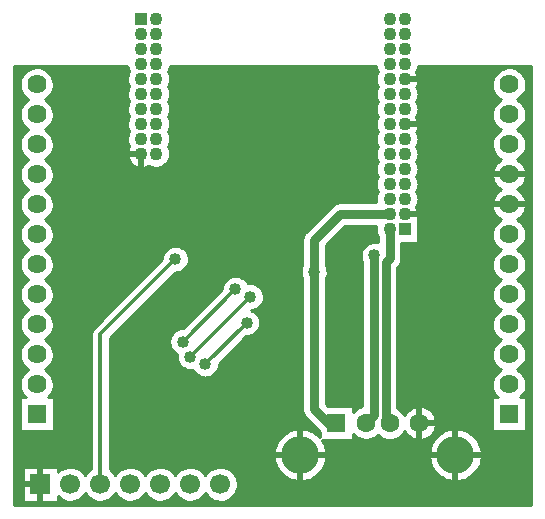
<source format=gbr>
G04 DipTrace 2.4.0.2*
%INBottom.gbr*%
%MOIN*%
%ADD13C,0.0118*%
%ADD14C,0.0197*%
%ADD15C,0.0295*%
%ADD16C,0.0098*%
%ADD19R,0.0638X0.0638*%
%ADD20C,0.0638*%
%ADD21R,0.063X0.063*%
%ADD22C,0.063*%
%ADD23C,0.126*%
%ADD24R,0.0669X0.0669*%
%ADD25C,0.0669*%
%ADD26R,0.0394X0.0394*%
%ADD27C,0.0433*%
%ADD28C,0.04*%
%FSLAX44Y44*%
G04*
G70*
G90*
G75*
G01*
%LNBottom*%
%LPD*%
X9545Y12561D2*
D13*
X7045Y10061D1*
Y5061D1*
X11545Y11561D2*
X9795Y9811D1*
X12045Y11311D2*
X10045Y9311D1*
X11920Y10436D2*
X10545Y9061D1*
X14917Y7099D2*
D15*
Y7061D1*
X14670D1*
X14170Y7561D1*
Y12131D1*
Y13186D1*
X15045Y14061D1*
X16685D1*
X16170Y12686D2*
Y7368D1*
X15902Y7099D1*
X16685Y13561D2*
Y12586D1*
X16552Y12453D1*
Y7236D1*
X16689Y7099D1*
D28*
X9545Y12561D3*
X11545Y11561D3*
X9795Y9811D3*
X12045Y11311D3*
X10045Y9311D3*
X11920Y10436D3*
X10545Y9061D3*
X14170Y12131D3*
X16170Y12686D3*
X8545Y10311D3*
Y9061D3*
X15170Y8811D3*
X11295Y15811D3*
X15170Y11422D3*
X10295Y13311D3*
Y15811D3*
X11295Y13311D3*
X17295Y11422D3*
Y10811D3*
Y8811D3*
X15170Y10811D3*
X13295Y11811D3*
Y10811D3*
X8670Y14186D3*
X11045Y8061D3*
Y7061D3*
X4193Y18915D2*
D16*
X4701D1*
X5141D2*
X7956D1*
X9355D2*
X16233D1*
X17638D2*
X20450D1*
X20889D2*
X21398D1*
X4193Y18818D2*
X4542D1*
X5301D2*
X8000D1*
X9310D2*
X16277D1*
X17593D2*
X20290D1*
X21049D2*
X21398D1*
X4193Y18720D2*
X4451D1*
X5392D2*
X7954D1*
X9356D2*
X16237D1*
X17633D2*
X20199D1*
X21140D2*
X21398D1*
X4193Y18623D2*
X4394D1*
X5449D2*
X7933D1*
X9378D2*
X16213D1*
X17656D2*
X20142D1*
X21197D2*
X21398D1*
X4193Y18526D2*
X4360D1*
X5482D2*
X7931D1*
X9379D2*
X16210D1*
X17659D2*
X20108D1*
X21230D2*
X21398D1*
X4193Y18429D2*
X4345D1*
X5498D2*
X7951D1*
X9361D2*
X16228D1*
X17643D2*
X20093D1*
X21246D2*
X21398D1*
X4193Y18332D2*
X4345D1*
X5498D2*
X7994D1*
X9316D2*
X16270D1*
X17601D2*
X20093D1*
X21246D2*
X21398D1*
X4193Y18235D2*
X4363D1*
X5479D2*
X7960D1*
X9352D2*
X16242D1*
X17627D2*
X20111D1*
X21227D2*
X21398D1*
X4193Y18138D2*
X4400D1*
X5442D2*
X7934D1*
X9376D2*
X16216D1*
X17655D2*
X20148D1*
X21190D2*
X21398D1*
X4193Y18041D2*
X4460D1*
X5382D2*
X7930D1*
X9381D2*
X16210D1*
X17661D2*
X20208D1*
X21131D2*
X21398D1*
X4193Y17944D2*
X4554D1*
X5289D2*
X7946D1*
X9364D2*
X16223D1*
X17646D2*
X20302D1*
X21037D2*
X21398D1*
X4193Y17846D2*
X4578D1*
X5264D2*
X7986D1*
X9326D2*
X16262D1*
X17609D2*
X20326D1*
X21012D2*
X21398D1*
X4193Y17749D2*
X4474D1*
X5369D2*
X7965D1*
X9346D2*
X16248D1*
X17621D2*
X20222D1*
X21117D2*
X21398D1*
X4193Y17652D2*
X4409D1*
X5433D2*
X7937D1*
X9375D2*
X16217D1*
X17652D2*
X20157D1*
X21181D2*
X21398D1*
X4193Y17555D2*
X4368D1*
X5475D2*
X7930D1*
X9381D2*
X16210D1*
X17661D2*
X20116D1*
X21223D2*
X21398D1*
X4193Y17458D2*
X4348D1*
X5495D2*
X7943D1*
X9369D2*
X16220D1*
X17650D2*
X20096D1*
X21243D2*
X21398D1*
X4193Y17361D2*
X4343D1*
X5499D2*
X7979D1*
X9333D2*
X16254D1*
X17616D2*
X20091D1*
X21247D2*
X21398D1*
X4193Y17264D2*
X4355D1*
X5487D2*
X7973D1*
X9339D2*
X16256D1*
X17615D2*
X20104D1*
X21235D2*
X21398D1*
X4193Y17167D2*
X4386D1*
X5456D2*
X7940D1*
X9372D2*
X16220D1*
X17649D2*
X20134D1*
X21204D2*
X21398D1*
X4193Y17070D2*
X4439D1*
X5404D2*
X7930D1*
X9381D2*
X16210D1*
X17661D2*
X20187D1*
X21152D2*
X21398D1*
X4193Y16972D2*
X4520D1*
X5322D2*
X7939D1*
X9372D2*
X16217D1*
X17653D2*
X20268D1*
X21071D2*
X21398D1*
X4193Y16875D2*
X4622D1*
X5221D2*
X7971D1*
X9339D2*
X16248D1*
X17623D2*
X20370D1*
X20969D2*
X21398D1*
X4193Y16778D2*
X4500D1*
X5342D2*
X7979D1*
X9332D2*
X16262D1*
X17607D2*
X20248D1*
X21091D2*
X21398D1*
X4193Y16681D2*
X4425D1*
X5418D2*
X7943D1*
X9369D2*
X16225D1*
X17646D2*
X20173D1*
X21166D2*
X21398D1*
X4193Y16584D2*
X4379D1*
X5464D2*
X7930D1*
X9381D2*
X16210D1*
X17661D2*
X20127D1*
X21212D2*
X21398D1*
X4193Y16487D2*
X4352D1*
X5490D2*
X7937D1*
X9375D2*
X16214D1*
X17655D2*
X20100D1*
X21238D2*
X21398D1*
X4193Y16390D2*
X4343D1*
X5499D2*
X7965D1*
X9346D2*
X16242D1*
X17629D2*
X20091D1*
X21247D2*
X21398D1*
X4193Y16293D2*
X4351D1*
X5492D2*
X7986D1*
X9324D2*
X16271D1*
X17600D2*
X20099D1*
X21240D2*
X21398D1*
X4193Y16196D2*
X4375D1*
X5467D2*
X7946D1*
X9364D2*
X16228D1*
X17641D2*
X20123D1*
X21215D2*
X21398D1*
X4193Y16098D2*
X4420D1*
X5422D2*
X7930D1*
X9381D2*
X16210D1*
X17659D2*
X20168D1*
X21170D2*
X21398D1*
X4193Y16001D2*
X4492D1*
X5350D2*
X7934D1*
X9376D2*
X16213D1*
X17658D2*
X20240D1*
X21098D2*
X21398D1*
X4193Y15904D2*
X4609D1*
X5233D2*
X7959D1*
X9352D2*
X16236D1*
X17633D2*
X20357D1*
X20981D2*
X21398D1*
X4193Y15807D2*
X4529D1*
X5313D2*
X8010D1*
X9301D2*
X16279D1*
X17592D2*
X20277D1*
X21061D2*
X21398D1*
X4193Y15710D2*
X4445D1*
X5398D2*
X8099D1*
X9213D2*
X16233D1*
X17636D2*
X20193D1*
X21146D2*
X21398D1*
X4193Y15613D2*
X4389D1*
X5453D2*
X8299D1*
X8512D2*
X8798D1*
X9012D2*
X16211D1*
X17658D2*
X20137D1*
X21201D2*
X21398D1*
X4193Y15516D2*
X4357D1*
X5486D2*
X16211D1*
X17659D2*
X20105D1*
X21234D2*
X21398D1*
X4193Y15419D2*
X4343D1*
X5499D2*
X16231D1*
X17639D2*
X20091D1*
X21247D2*
X21398D1*
X4193Y15322D2*
X4346D1*
X5496D2*
X16276D1*
X17595D2*
X20094D1*
X21244D2*
X21398D1*
X4193Y15224D2*
X4366D1*
X5476D2*
X16239D1*
X17632D2*
X20114D1*
X21224D2*
X21398D1*
X4193Y15127D2*
X4405D1*
X5438D2*
X16214D1*
X17656D2*
X20153D1*
X21186D2*
X21398D1*
X4193Y15030D2*
X4468D1*
X5375D2*
X16210D1*
X17661D2*
X20216D1*
X21123D2*
X21398D1*
X4193Y14933D2*
X4568D1*
X5275D2*
X16226D1*
X17644D2*
X20316D1*
X21023D2*
X21398D1*
X4193Y14836D2*
X4563D1*
X5279D2*
X16266D1*
X17603D2*
X20311D1*
X21027D2*
X21398D1*
X4193Y14739D2*
X4466D1*
X5376D2*
X16243D1*
X17626D2*
X20214D1*
X21124D2*
X21398D1*
X4193Y14642D2*
X4403D1*
X5439D2*
X16216D1*
X17655D2*
X20151D1*
X21187D2*
X21398D1*
X4193Y14545D2*
X4365D1*
X5478D2*
X16210D1*
X17661D2*
X20113D1*
X21226D2*
X21398D1*
X4193Y14448D2*
X4346D1*
X5496D2*
X14942D1*
X17647D2*
X20094D1*
X21244D2*
X21398D1*
X4193Y14350D2*
X4343D1*
X5499D2*
X14762D1*
X17610D2*
X20091D1*
X21247D2*
X21398D1*
X4193Y14253D2*
X4359D1*
X5484D2*
X14666D1*
X17619D2*
X20107D1*
X21232D2*
X21398D1*
X4193Y14156D2*
X4391D1*
X5452D2*
X14569D1*
X17652D2*
X20139D1*
X21200D2*
X21398D1*
X4193Y14059D2*
X4446D1*
X5396D2*
X14472D1*
X17661D2*
X20194D1*
X21144D2*
X21398D1*
X4193Y13962D2*
X4532D1*
X5310D2*
X14375D1*
X17650D2*
X20280D1*
X21058D2*
X21398D1*
X4193Y13865D2*
X4605D1*
X5238D2*
X14276D1*
X17641D2*
X20353D1*
X20986D2*
X21398D1*
X4193Y13768D2*
X4489D1*
X5353D2*
X14180D1*
X17641D2*
X20237D1*
X21101D2*
X21398D1*
X4193Y13671D2*
X4419D1*
X5424D2*
X14083D1*
X17641D2*
X20167D1*
X21172D2*
X21398D1*
X4193Y13573D2*
X4374D1*
X5469D2*
X13986D1*
X15130D2*
X16210D1*
X17641D2*
X20122D1*
X21217D2*
X21398D1*
X4193Y13476D2*
X4349D1*
X5493D2*
X13889D1*
X15033D2*
X16217D1*
X17641D2*
X20097D1*
X21241D2*
X21398D1*
X4193Y13379D2*
X4343D1*
X5499D2*
X13814D1*
X14936D2*
X16246D1*
X17641D2*
X20091D1*
X21247D2*
X21398D1*
X4193Y13282D2*
X4352D1*
X5490D2*
X13775D1*
X14839D2*
X16277D1*
X17641D2*
X20100D1*
X21238D2*
X21398D1*
X4193Y13185D2*
X4379D1*
X5464D2*
X13763D1*
X14741D2*
X16277D1*
X17641D2*
X20127D1*
X21212D2*
X21398D1*
X4193Y13088D2*
X4426D1*
X5416D2*
X13763D1*
X14644D2*
X15959D1*
X17092D2*
X20174D1*
X21164D2*
X21398D1*
X4193Y12991D2*
X4502D1*
X5341D2*
X9403D1*
X9689D2*
X13763D1*
X14578D2*
X15830D1*
X17092D2*
X20250D1*
X21089D2*
X21398D1*
X4193Y12894D2*
X4626D1*
X5216D2*
X9232D1*
X9858D2*
X13763D1*
X14578D2*
X15762D1*
X17092D2*
X20374D1*
X20964D2*
X21398D1*
X4193Y12797D2*
X4518D1*
X5324D2*
X9152D1*
X9938D2*
X13763D1*
X14578D2*
X15725D1*
X17092D2*
X20267D1*
X21072D2*
X21398D1*
X4193Y12699D2*
X4437D1*
X5406D2*
X9108D1*
X9984D2*
X13763D1*
X14578D2*
X15711D1*
X17092D2*
X20185D1*
X21154D2*
X21398D1*
X4193Y12602D2*
X4386D1*
X5456D2*
X9088D1*
X10004D2*
X13763D1*
X14578D2*
X15719D1*
X17092D2*
X20134D1*
X21204D2*
X21398D1*
X4193Y12505D2*
X4355D1*
X5487D2*
X9043D1*
X10001D2*
X13763D1*
X14578D2*
X15748D1*
X17084D2*
X20104D1*
X21235D2*
X21398D1*
X4193Y12408D2*
X4343D1*
X5499D2*
X8946D1*
X9978D2*
X13763D1*
X14578D2*
X15764D1*
X17050D2*
X20091D1*
X21247D2*
X21398D1*
X4193Y12311D2*
X4348D1*
X5495D2*
X8849D1*
X9928D2*
X13747D1*
X14593D2*
X15764D1*
X16983D2*
X20096D1*
X21243D2*
X21398D1*
X4193Y12214D2*
X4369D1*
X5473D2*
X8751D1*
X9841D2*
X13718D1*
X14622D2*
X15764D1*
X16960D2*
X20117D1*
X21221D2*
X21398D1*
X4193Y12117D2*
X4411D1*
X5432D2*
X8654D1*
X9626D2*
X13710D1*
X14630D2*
X15764D1*
X16960D2*
X20159D1*
X21180D2*
X21398D1*
X4193Y12020D2*
X4475D1*
X5367D2*
X8557D1*
X9450D2*
X13724D1*
X14616D2*
X15764D1*
X16960D2*
X20223D1*
X21115D2*
X21398D1*
X4193Y11923D2*
X4582D1*
X5261D2*
X8460D1*
X9353D2*
X11268D1*
X11823D2*
X13761D1*
X14579D2*
X15764D1*
X16960D2*
X20330D1*
X21009D2*
X21398D1*
X4193Y11825D2*
X4551D1*
X5292D2*
X8363D1*
X9256D2*
X11171D1*
X11919D2*
X13763D1*
X14578D2*
X15764D1*
X16960D2*
X20299D1*
X21040D2*
X21398D1*
X4193Y11728D2*
X4457D1*
X5386D2*
X8266D1*
X9160D2*
X11118D1*
X12223D2*
X13763D1*
X14578D2*
X15764D1*
X16960D2*
X20205D1*
X21134D2*
X21398D1*
X4193Y11631D2*
X4399D1*
X5444D2*
X8169D1*
X9063D2*
X11091D1*
X12371D2*
X13763D1*
X14578D2*
X15764D1*
X16960D2*
X20147D1*
X21192D2*
X21398D1*
X4193Y11534D2*
X4362D1*
X5481D2*
X8071D1*
X8966D2*
X11071D1*
X12446D2*
X13763D1*
X14578D2*
X15764D1*
X16960D2*
X20110D1*
X21229D2*
X21398D1*
X4193Y11437D2*
X4345D1*
X5498D2*
X7974D1*
X8867D2*
X10975D1*
X12488D2*
X13763D1*
X14578D2*
X15764D1*
X16960D2*
X20093D1*
X21246D2*
X21398D1*
X4193Y11340D2*
X4345D1*
X5498D2*
X7877D1*
X8770D2*
X10878D1*
X12504D2*
X13763D1*
X14578D2*
X15764D1*
X16960D2*
X20093D1*
X21246D2*
X21398D1*
X4193Y11243D2*
X4362D1*
X5481D2*
X7780D1*
X8674D2*
X10781D1*
X12500D2*
X13763D1*
X14578D2*
X15764D1*
X16960D2*
X20110D1*
X21229D2*
X21398D1*
X4193Y11146D2*
X4395D1*
X5447D2*
X7683D1*
X8577D2*
X10684D1*
X12474D2*
X13763D1*
X14578D2*
X15764D1*
X16960D2*
X20143D1*
X21195D2*
X21398D1*
X4193Y11049D2*
X4454D1*
X5389D2*
X7587D1*
X8480D2*
X10585D1*
X12420D2*
X13763D1*
X14578D2*
X15764D1*
X16960D2*
X20202D1*
X21137D2*
X21398D1*
X4193Y10951D2*
X4545D1*
X5298D2*
X7490D1*
X8383D2*
X10489D1*
X12326D2*
X13763D1*
X14578D2*
X15764D1*
X16960D2*
X20293D1*
X21046D2*
X21398D1*
X4193Y10854D2*
X4589D1*
X5253D2*
X7391D1*
X8286D2*
X10392D1*
X12095D2*
X13763D1*
X14578D2*
X15764D1*
X16960D2*
X20337D1*
X21001D2*
X21398D1*
X4193Y10757D2*
X4480D1*
X5362D2*
X7294D1*
X8188D2*
X10295D1*
X12245D2*
X13763D1*
X14578D2*
X15764D1*
X16960D2*
X20228D1*
X21111D2*
X21398D1*
X4193Y10660D2*
X4414D1*
X5429D2*
X7197D1*
X8091D2*
X10198D1*
X12320D2*
X13763D1*
X14578D2*
X15764D1*
X16960D2*
X20162D1*
X21177D2*
X21398D1*
X4193Y10563D2*
X4371D1*
X5472D2*
X7101D1*
X7994D2*
X10101D1*
X12361D2*
X13763D1*
X14578D2*
X15764D1*
X16960D2*
X20119D1*
X21220D2*
X21398D1*
X4193Y10466D2*
X4348D1*
X5495D2*
X7004D1*
X7897D2*
X10004D1*
X12378D2*
X13763D1*
X14578D2*
X15764D1*
X16960D2*
X20096D1*
X21243D2*
X21398D1*
X4193Y10369D2*
X4343D1*
X5499D2*
X6907D1*
X7800D2*
X9906D1*
X12375D2*
X13763D1*
X14578D2*
X15764D1*
X16960D2*
X20091D1*
X21247D2*
X21398D1*
X4193Y10272D2*
X4354D1*
X5489D2*
X6810D1*
X7703D2*
X9809D1*
X12349D2*
X13763D1*
X14578D2*
X15764D1*
X16960D2*
X20102D1*
X21237D2*
X21398D1*
X4193Y10175D2*
X4383D1*
X5459D2*
X6748D1*
X7606D2*
X9520D1*
X12297D2*
X13763D1*
X14578D2*
X15764D1*
X16960D2*
X20131D1*
X21207D2*
X21398D1*
X4193Y10077D2*
X4434D1*
X5409D2*
X6727D1*
X7508D2*
X9423D1*
X12201D2*
X13763D1*
X14578D2*
X15764D1*
X16960D2*
X20182D1*
X21157D2*
X21398D1*
X4193Y9980D2*
X4512D1*
X5330D2*
X6727D1*
X7411D2*
X9369D1*
X11911D2*
X13763D1*
X14578D2*
X15764D1*
X16960D2*
X20260D1*
X21078D2*
X21398D1*
X4193Y9883D2*
X4635D1*
X5207D2*
X6727D1*
X7363D2*
X9341D1*
X11814D2*
X13763D1*
X14578D2*
X15764D1*
X16960D2*
X20383D1*
X20955D2*
X21398D1*
X4193Y9786D2*
X4508D1*
X5335D2*
X6727D1*
X7363D2*
X9337D1*
X11717D2*
X13763D1*
X14578D2*
X15764D1*
X16960D2*
X20256D1*
X21083D2*
X21398D1*
X4193Y9689D2*
X4431D1*
X5412D2*
X6727D1*
X7363D2*
X9352D1*
X11620D2*
X13763D1*
X14578D2*
X15764D1*
X16960D2*
X20179D1*
X21160D2*
X21398D1*
X4193Y9592D2*
X4382D1*
X5461D2*
X6727D1*
X7363D2*
X9392D1*
X11523D2*
X13763D1*
X14578D2*
X15764D1*
X16960D2*
X20130D1*
X21209D2*
X21398D1*
X4193Y9495D2*
X4354D1*
X5489D2*
X6727D1*
X7363D2*
X9466D1*
X11426D2*
X13763D1*
X14578D2*
X15764D1*
X16960D2*
X20102D1*
X21237D2*
X21398D1*
X4193Y9398D2*
X4343D1*
X5499D2*
X6727D1*
X7363D2*
X9594D1*
X11328D2*
X13763D1*
X14578D2*
X15764D1*
X16960D2*
X20091D1*
X21247D2*
X21398D1*
X4193Y9301D2*
X4349D1*
X5493D2*
X6727D1*
X7363D2*
X9586D1*
X11231D2*
X13763D1*
X14578D2*
X15764D1*
X16960D2*
X20097D1*
X21241D2*
X21398D1*
X4193Y9203D2*
X4372D1*
X5470D2*
X6727D1*
X7363D2*
X9598D1*
X11134D2*
X13763D1*
X14578D2*
X15764D1*
X16960D2*
X20120D1*
X21218D2*
X21398D1*
X4193Y9106D2*
X4415D1*
X5427D2*
X6727D1*
X7363D2*
X9635D1*
X11037D2*
X13763D1*
X14578D2*
X15764D1*
X16960D2*
X20163D1*
X21175D2*
X21398D1*
X4193Y9009D2*
X4485D1*
X5358D2*
X6727D1*
X7363D2*
X9701D1*
X11002D2*
X13763D1*
X14578D2*
X15764D1*
X16960D2*
X20233D1*
X21106D2*
X21398D1*
X4193Y8912D2*
X4597D1*
X5246D2*
X6727D1*
X7363D2*
X9827D1*
X10979D2*
X13763D1*
X14578D2*
X15764D1*
X16960D2*
X20345D1*
X20994D2*
X21398D1*
X4193Y8815D2*
X4538D1*
X5304D2*
X6727D1*
X7363D2*
X10159D1*
X10931D2*
X13763D1*
X14578D2*
X15764D1*
X16960D2*
X20287D1*
X21052D2*
X21398D1*
X4193Y8718D2*
X4449D1*
X5393D2*
X6727D1*
X7363D2*
X10244D1*
X10847D2*
X13763D1*
X14578D2*
X15764D1*
X16960D2*
X20197D1*
X21141D2*
X21398D1*
X4193Y8621D2*
X4394D1*
X5449D2*
X6727D1*
X7363D2*
X10442D1*
X10648D2*
X13763D1*
X14578D2*
X15764D1*
X16960D2*
X20142D1*
X21197D2*
X21398D1*
X4193Y8524D2*
X4360D1*
X5482D2*
X6727D1*
X7363D2*
X13763D1*
X14578D2*
X15764D1*
X16960D2*
X20108D1*
X21230D2*
X21398D1*
X4193Y8427D2*
X4345D1*
X5498D2*
X6727D1*
X7363D2*
X13763D1*
X14578D2*
X15764D1*
X16960D2*
X20093D1*
X21246D2*
X21398D1*
X4193Y8329D2*
X4345D1*
X5498D2*
X6727D1*
X7363D2*
X13763D1*
X14578D2*
X15764D1*
X16960D2*
X20093D1*
X21246D2*
X21398D1*
X4193Y8232D2*
X4363D1*
X5479D2*
X6727D1*
X7363D2*
X13763D1*
X14578D2*
X15764D1*
X16960D2*
X20111D1*
X21227D2*
X21398D1*
X4193Y8135D2*
X4402D1*
X5441D2*
X6727D1*
X7363D2*
X13763D1*
X14578D2*
X15764D1*
X16960D2*
X20150D1*
X21189D2*
X21398D1*
X4193Y8038D2*
X4462D1*
X5381D2*
X6727D1*
X7363D2*
X13763D1*
X14578D2*
X15764D1*
X16960D2*
X20210D1*
X21129D2*
X21398D1*
X4193Y7941D2*
X4343D1*
X5499D2*
X6727D1*
X7363D2*
X13763D1*
X14578D2*
X15764D1*
X16960D2*
X20091D1*
X21247D2*
X21398D1*
X4193Y7844D2*
X4343D1*
X5499D2*
X6727D1*
X7363D2*
X13763D1*
X14578D2*
X15764D1*
X16960D2*
X20091D1*
X21247D2*
X21398D1*
X4193Y7747D2*
X4343D1*
X5499D2*
X6727D1*
X7363D2*
X13763D1*
X14578D2*
X15764D1*
X16960D2*
X20091D1*
X21247D2*
X21398D1*
X4193Y7650D2*
X4343D1*
X5499D2*
X6727D1*
X7363D2*
X13763D1*
X15493D2*
X15764D1*
X16960D2*
X17537D1*
X17809D2*
X20091D1*
X21247D2*
X21398D1*
X4193Y7552D2*
X4343D1*
X5499D2*
X6727D1*
X7363D2*
X13763D1*
X15493D2*
X15554D1*
X17035D2*
X17326D1*
X18019D2*
X20091D1*
X21247D2*
X21398D1*
X4193Y7455D2*
X4343D1*
X5499D2*
X6727D1*
X7363D2*
X13777D1*
X17137D2*
X17225D1*
X18121D2*
X20091D1*
X21247D2*
X21398D1*
X4193Y7358D2*
X4343D1*
X5499D2*
X6727D1*
X7363D2*
X13818D1*
X18185D2*
X20091D1*
X21247D2*
X21398D1*
X4193Y7261D2*
X4343D1*
X5499D2*
X6727D1*
X7363D2*
X13898D1*
X18224D2*
X20091D1*
X21247D2*
X21398D1*
X4193Y7164D2*
X4343D1*
X5499D2*
X6727D1*
X7363D2*
X13995D1*
X18244D2*
X20091D1*
X21247D2*
X21398D1*
X4193Y7067D2*
X4343D1*
X5499D2*
X6727D1*
X7363D2*
X14092D1*
X18247D2*
X20091D1*
X21247D2*
X21398D1*
X4193Y6970D2*
X4343D1*
X5499D2*
X6727D1*
X7363D2*
X14189D1*
X18233D2*
X20091D1*
X21247D2*
X21398D1*
X4193Y6873D2*
X4343D1*
X5499D2*
X6727D1*
X7363D2*
X13428D1*
X13990D2*
X14287D1*
X18201D2*
X18599D1*
X19164D2*
X20091D1*
X21247D2*
X21398D1*
X4193Y6776D2*
X6727D1*
X7363D2*
X13223D1*
X14195D2*
X14343D1*
X18145D2*
X18395D1*
X19368D2*
X21398D1*
X4193Y6678D2*
X6727D1*
X7363D2*
X13098D1*
X17077D2*
X17286D1*
X18061D2*
X18270D1*
X19493D2*
X21398D1*
X4193Y6581D2*
X6727D1*
X7363D2*
X13008D1*
X15493D2*
X15665D1*
X16137D2*
X16453D1*
X16924D2*
X17437D1*
X17909D2*
X18181D1*
X19582D2*
X21398D1*
X4193Y6484D2*
X6727D1*
X7363D2*
X12942D1*
X14476D2*
X18115D1*
X19650D2*
X21398D1*
X4193Y6387D2*
X6727D1*
X7363D2*
X12892D1*
X14525D2*
X18066D1*
X19699D2*
X21398D1*
X4193Y6290D2*
X6727D1*
X7363D2*
X12857D1*
X14561D2*
X18030D1*
X19734D2*
X21398D1*
X4193Y6193D2*
X6727D1*
X7363D2*
X12834D1*
X14584D2*
X18006D1*
X19757D2*
X21398D1*
X4193Y6096D2*
X6727D1*
X7363D2*
X12822D1*
X14596D2*
X17995D1*
X19769D2*
X21398D1*
X4193Y5999D2*
X6727D1*
X7363D2*
X12820D1*
X14598D2*
X17994D1*
X19771D2*
X21398D1*
X4193Y5902D2*
X6727D1*
X7363D2*
X12829D1*
X14588D2*
X18003D1*
X19762D2*
X21398D1*
X4193Y5804D2*
X6727D1*
X7363D2*
X12851D1*
X14567D2*
X18023D1*
X19740D2*
X21398D1*
X4193Y5707D2*
X6727D1*
X7363D2*
X12883D1*
X14534D2*
X18057D1*
X19708D2*
X21398D1*
X4193Y5610D2*
X4451D1*
X5639D2*
X5835D1*
X6254D2*
X6727D1*
X7363D2*
X7836D1*
X8255D2*
X8835D1*
X9255D2*
X9835D1*
X10255D2*
X10835D1*
X11256D2*
X12929D1*
X14488D2*
X18103D1*
X19662D2*
X21398D1*
X4193Y5513D2*
X4451D1*
X6425D2*
X6665D1*
X7426D2*
X7665D1*
X8426D2*
X8665D1*
X9426D2*
X9664D1*
X10425D2*
X10665D1*
X11425D2*
X12991D1*
X14425D2*
X18164D1*
X19599D2*
X21398D1*
X4193Y5416D2*
X4451D1*
X6519D2*
X6570D1*
X7520D2*
X7571D1*
X8520D2*
X8571D1*
X9519D2*
X9572D1*
X10519D2*
X10572D1*
X11520D2*
X13075D1*
X14342D2*
X18247D1*
X19516D2*
X21398D1*
X4193Y5319D2*
X4451D1*
X11580D2*
X13189D1*
X14228D2*
X18363D1*
X19402D2*
X21398D1*
X4193Y5222D2*
X4451D1*
X11617D2*
X13366D1*
X14052D2*
X18539D1*
X19225D2*
X21398D1*
X4193Y5125D2*
X4451D1*
X11636D2*
X21398D1*
X4193Y5028D2*
X4451D1*
X11639D2*
X21398D1*
X4193Y4930D2*
X4451D1*
X11625D2*
X21398D1*
X4193Y4833D2*
X4451D1*
X11594D2*
X21398D1*
X4193Y4736D2*
X4451D1*
X11542D2*
X21398D1*
X4193Y4639D2*
X4451D1*
X6459D2*
X6632D1*
X7460D2*
X7631D1*
X8460D2*
X8631D1*
X9459D2*
X9630D1*
X10459D2*
X10632D1*
X11460D2*
X21398D1*
X4193Y4542D2*
X4451D1*
X5639D2*
X5767D1*
X6324D2*
X6767D1*
X7323D2*
X7767D1*
X8324D2*
X8766D1*
X9324D2*
X9767D1*
X10324D2*
X10767D1*
X11323D2*
X21398D1*
X4193Y4445D2*
X21398D1*
X4402Y7955D2*
X4551D1*
X4493Y8011D1*
X4435Y8090D1*
X4392Y8178D1*
X4364Y8273D1*
X4353Y8370D1*
X4358Y8468D1*
X4381Y8564D1*
X4420Y8654D1*
X4473Y8737D1*
X4541Y8809D1*
X4619Y8868D1*
X4650Y8885D1*
X4564Y8943D1*
X4493Y9011D1*
X4435Y9090D1*
X4392Y9178D1*
X4364Y9273D1*
X4353Y9370D1*
X4358Y9468D1*
X4381Y9564D1*
X4420Y9654D1*
X4473Y9737D1*
X4541Y9809D1*
X4619Y9868D1*
X4650Y9885D1*
X4564Y9943D1*
X4493Y10011D1*
X4435Y10090D1*
X4392Y10178D1*
X4364Y10273D1*
X4353Y10370D1*
X4358Y10468D1*
X4381Y10564D1*
X4420Y10654D1*
X4473Y10737D1*
X4541Y10809D1*
X4619Y10868D1*
X4650Y10885D1*
X4564Y10943D1*
X4493Y11011D1*
X4435Y11090D1*
X4392Y11178D1*
X4364Y11273D1*
X4353Y11370D1*
X4358Y11468D1*
X4381Y11564D1*
X4420Y11654D1*
X4473Y11737D1*
X4541Y11809D1*
X4619Y11868D1*
X4650Y11885D1*
X4564Y11943D1*
X4493Y12011D1*
X4435Y12090D1*
X4392Y12178D1*
X4364Y12273D1*
X4353Y12370D1*
X4358Y12468D1*
X4381Y12564D1*
X4420Y12654D1*
X4473Y12737D1*
X4541Y12809D1*
X4619Y12868D1*
X4650Y12885D1*
X4564Y12943D1*
X4493Y13011D1*
X4435Y13090D1*
X4392Y13178D1*
X4364Y13273D1*
X4353Y13370D1*
X4358Y13468D1*
X4381Y13564D1*
X4420Y13654D1*
X4473Y13737D1*
X4541Y13809D1*
X4619Y13868D1*
X4650Y13885D1*
X4564Y13943D1*
X4493Y14011D1*
X4435Y14090D1*
X4392Y14178D1*
X4364Y14273D1*
X4353Y14370D1*
X4358Y14468D1*
X4381Y14564D1*
X4420Y14654D1*
X4473Y14737D1*
X4541Y14809D1*
X4619Y14868D1*
X4650Y14885D1*
X4564Y14943D1*
X4493Y15011D1*
X4435Y15090D1*
X4392Y15178D1*
X4364Y15273D1*
X4353Y15370D1*
X4358Y15468D1*
X4381Y15564D1*
X4420Y15654D1*
X4473Y15737D1*
X4541Y15809D1*
X4619Y15868D1*
X4650Y15885D1*
X4564Y15943D1*
X4493Y16011D1*
X4435Y16090D1*
X4392Y16178D1*
X4364Y16273D1*
X4353Y16370D1*
X4358Y16468D1*
X4381Y16564D1*
X4420Y16654D1*
X4473Y16737D1*
X4541Y16809D1*
X4619Y16868D1*
X4650Y16885D1*
X4564Y16943D1*
X4493Y17011D1*
X4435Y17090D1*
X4392Y17178D1*
X4364Y17273D1*
X4353Y17370D1*
X4358Y17468D1*
X4381Y17564D1*
X4420Y17654D1*
X4473Y17737D1*
X4541Y17809D1*
X4619Y17868D1*
X4650Y17885D1*
X4564Y17943D1*
X4493Y18011D1*
X4435Y18090D1*
X4392Y18178D1*
X4364Y18273D1*
X4353Y18370D1*
X4358Y18468D1*
X4381Y18564D1*
X4420Y18654D1*
X4473Y18737D1*
X4541Y18809D1*
X4619Y18868D1*
X4706Y18913D1*
X4800Y18942D1*
X4898Y18954D1*
X4996Y18950D1*
X5092Y18928D1*
X5183Y18891D1*
X5266Y18838D1*
X5339Y18772D1*
X5399Y18695D1*
X5445Y18608D1*
X5475Y18514D1*
X5489Y18417D1*
X5488Y18337D1*
X5471Y18240D1*
X5438Y18147D1*
X5389Y18062D1*
X5326Y17986D1*
X5251Y17923D1*
X5193Y17886D1*
X5266Y17838D1*
X5339Y17772D1*
X5399Y17695D1*
X5445Y17608D1*
X5475Y17514D1*
X5489Y17417D1*
X5488Y17337D1*
X5471Y17240D1*
X5438Y17147D1*
X5389Y17062D1*
X5326Y16986D1*
X5251Y16923D1*
X5193Y16886D1*
X5266Y16838D1*
X5339Y16772D1*
X5399Y16695D1*
X5445Y16608D1*
X5475Y16514D1*
X5489Y16417D1*
X5488Y16337D1*
X5471Y16240D1*
X5438Y16147D1*
X5389Y16062D1*
X5326Y15986D1*
X5251Y15923D1*
X5193Y15886D1*
X5266Y15838D1*
X5339Y15772D1*
X5399Y15695D1*
X5445Y15608D1*
X5475Y15514D1*
X5489Y15417D1*
X5488Y15337D1*
X5471Y15240D1*
X5438Y15147D1*
X5389Y15062D1*
X5326Y14986D1*
X5251Y14923D1*
X5193Y14886D1*
X5266Y14838D1*
X5339Y14772D1*
X5399Y14695D1*
X5445Y14608D1*
X5475Y14514D1*
X5489Y14417D1*
X5488Y14337D1*
X5471Y14240D1*
X5438Y14147D1*
X5389Y14062D1*
X5326Y13986D1*
X5251Y13923D1*
X5193Y13886D1*
X5266Y13838D1*
X5339Y13772D1*
X5399Y13695D1*
X5445Y13608D1*
X5475Y13514D1*
X5489Y13417D1*
X5488Y13337D1*
X5471Y13240D1*
X5438Y13147D1*
X5389Y13062D1*
X5326Y12986D1*
X5251Y12923D1*
X5193Y12886D1*
X5266Y12838D1*
X5339Y12772D1*
X5399Y12695D1*
X5445Y12608D1*
X5475Y12514D1*
X5489Y12417D1*
X5488Y12337D1*
X5471Y12240D1*
X5438Y12147D1*
X5389Y12062D1*
X5326Y11986D1*
X5251Y11923D1*
X5193Y11886D1*
X5266Y11838D1*
X5339Y11772D1*
X5399Y11695D1*
X5445Y11608D1*
X5475Y11514D1*
X5489Y11417D1*
X5488Y11337D1*
X5471Y11240D1*
X5438Y11147D1*
X5389Y11062D1*
X5326Y10986D1*
X5251Y10923D1*
X5193Y10886D1*
X5266Y10838D1*
X5339Y10772D1*
X5399Y10695D1*
X5445Y10608D1*
X5475Y10514D1*
X5489Y10417D1*
X5488Y10337D1*
X5471Y10240D1*
X5438Y10147D1*
X5389Y10062D1*
X5326Y9986D1*
X5251Y9923D1*
X5193Y9886D1*
X5266Y9838D1*
X5339Y9772D1*
X5399Y9695D1*
X5445Y9608D1*
X5475Y9514D1*
X5489Y9417D1*
X5488Y9337D1*
X5471Y9240D1*
X5438Y9147D1*
X5389Y9062D1*
X5326Y8986D1*
X5251Y8923D1*
X5193Y8886D1*
X5266Y8838D1*
X5339Y8772D1*
X5399Y8695D1*
X5445Y8608D1*
X5475Y8514D1*
X5489Y8417D1*
X5488Y8337D1*
X5471Y8240D1*
X5438Y8147D1*
X5389Y8062D1*
X5326Y7986D1*
X5291Y7954D1*
X5490Y7955D1*
Y6817D1*
X4352D1*
Y7955D1*
X4402D1*
X20150D2*
X20299D1*
X20241Y8011D1*
X20183Y8090D1*
X20140Y8178D1*
X20112Y8273D1*
X20101Y8370D1*
X20106Y8468D1*
X20129Y8564D1*
X20168Y8654D1*
X20221Y8737D1*
X20289Y8809D1*
X20367Y8868D1*
X20398Y8885D1*
X20312Y8943D1*
X20241Y9011D1*
X20183Y9090D1*
X20140Y9178D1*
X20112Y9273D1*
X20101Y9370D1*
X20106Y9468D1*
X20129Y9564D1*
X20168Y9654D1*
X20221Y9737D1*
X20289Y9809D1*
X20367Y9868D1*
X20398Y9885D1*
X20312Y9943D1*
X20241Y10011D1*
X20183Y10090D1*
X20140Y10178D1*
X20112Y10273D1*
X20101Y10370D1*
X20106Y10468D1*
X20129Y10564D1*
X20168Y10654D1*
X20221Y10737D1*
X20289Y10809D1*
X20367Y10868D1*
X20398Y10885D1*
X20312Y10943D1*
X20241Y11011D1*
X20183Y11090D1*
X20140Y11178D1*
X20112Y11273D1*
X20101Y11370D1*
X20106Y11468D1*
X20129Y11564D1*
X20168Y11654D1*
X20221Y11737D1*
X20289Y11809D1*
X20367Y11868D1*
X20398Y11885D1*
X20312Y11943D1*
X20241Y12011D1*
X20183Y12090D1*
X20140Y12178D1*
X20112Y12273D1*
X20101Y12370D1*
X20106Y12468D1*
X20129Y12564D1*
X20168Y12654D1*
X20221Y12737D1*
X20289Y12809D1*
X20367Y12868D1*
X20398Y12885D1*
X20312Y12943D1*
X20241Y13011D1*
X20183Y13090D1*
X20140Y13178D1*
X20112Y13273D1*
X20101Y13370D1*
X20106Y13468D1*
X20129Y13564D1*
X20168Y13654D1*
X20221Y13737D1*
X20289Y13809D1*
X20367Y13868D1*
X20398Y13885D1*
X20328Y13931D1*
X20268Y13982D1*
X20216Y14041D1*
X20173Y14107D1*
X20140Y14178D1*
X20116Y14253D1*
X20103Y14331D1*
X20101Y14410D1*
X20110Y14488D1*
X20129Y14564D1*
X20159Y14637D1*
X20198Y14705D1*
X20247Y14767D1*
X20303Y14821D1*
X20367Y14868D1*
X20398Y14886D1*
X20336Y14925D1*
X20275Y14975D1*
X20223Y15034D1*
X20178Y15099D1*
X20143Y15169D1*
X20118Y15244D1*
X20104Y15321D1*
X20101Y15400D1*
X20108Y15478D1*
X20126Y15555D1*
X20155Y15628D1*
X20193Y15697D1*
X20240Y15759D1*
X20296Y15815D1*
X20359Y15862D1*
X20398Y15886D1*
X20352Y15914D1*
X20275Y15975D1*
X20211Y16049D1*
X20160Y16133D1*
X20124Y16225D1*
X20104Y16321D1*
X20101Y16419D1*
X20116Y16517D1*
X20146Y16610D1*
X20193Y16697D1*
X20253Y16774D1*
X20327Y16840D1*
X20398Y16885D1*
X20312Y16943D1*
X20241Y17011D1*
X20183Y17090D1*
X20140Y17178D1*
X20112Y17273D1*
X20101Y17370D1*
X20106Y17468D1*
X20129Y17564D1*
X20168Y17654D1*
X20221Y17737D1*
X20289Y17809D1*
X20367Y17868D1*
X20398Y17885D1*
X20312Y17943D1*
X20241Y18011D1*
X20183Y18090D1*
X20140Y18178D1*
X20112Y18273D1*
X20101Y18370D1*
X20106Y18468D1*
X20129Y18564D1*
X20168Y18654D1*
X20221Y18737D1*
X20289Y18809D1*
X20367Y18868D1*
X20455Y18913D1*
X20548Y18942D1*
X20646Y18954D1*
X20744Y18950D1*
X20840Y18928D1*
X20931Y18891D1*
X21014Y18838D1*
X21087Y18772D1*
X21147Y18695D1*
X21193Y18608D1*
X21223Y18514D1*
X21237Y18417D1*
X21236Y18337D1*
X21219Y18240D1*
X21186Y18147D1*
X21137Y18062D1*
X21074Y17986D1*
X20999Y17923D1*
X20941Y17886D1*
X21014Y17838D1*
X21087Y17772D1*
X21147Y17695D1*
X21193Y17608D1*
X21223Y17514D1*
X21237Y17417D1*
X21236Y17337D1*
X21219Y17240D1*
X21186Y17147D1*
X21137Y17062D1*
X21074Y16986D1*
X20999Y16923D1*
X20941Y16886D1*
X21014Y16838D1*
X21087Y16772D1*
X21147Y16695D1*
X21193Y16608D1*
X21223Y16514D1*
X21237Y16417D1*
X21236Y16337D1*
X21219Y16240D1*
X21186Y16147D1*
X21137Y16062D1*
X21074Y15986D1*
X20999Y15923D1*
X20941Y15886D1*
X21006Y15844D1*
X21066Y15793D1*
X21119Y15735D1*
X21162Y15669D1*
X21197Y15599D1*
X21221Y15524D1*
X21235Y15446D1*
X21238Y15376D1*
X21231Y15298D1*
X21214Y15221D1*
X21186Y15147D1*
X21148Y15078D1*
X21101Y15015D1*
X21046Y14959D1*
X20983Y14911D1*
X20940Y14886D1*
X20998Y14850D1*
X21059Y14800D1*
X21112Y14743D1*
X21157Y14678D1*
X21193Y14608D1*
X21219Y14533D1*
X21234Y14456D1*
X21238Y14386D1*
X21233Y14307D1*
X21217Y14230D1*
X21190Y14156D1*
X21153Y14087D1*
X21107Y14023D1*
X21053Y13966D1*
X20991Y13917D1*
X20940Y13886D1*
X21014Y13838D1*
X21087Y13772D1*
X21147Y13695D1*
X21193Y13608D1*
X21223Y13514D1*
X21237Y13417D1*
X21236Y13337D1*
X21219Y13240D1*
X21186Y13147D1*
X21137Y13062D1*
X21074Y12986D1*
X20999Y12923D1*
X20941Y12886D1*
X21014Y12838D1*
X21087Y12772D1*
X21147Y12695D1*
X21193Y12608D1*
X21223Y12514D1*
X21237Y12417D1*
X21236Y12337D1*
X21219Y12240D1*
X21186Y12147D1*
X21137Y12062D1*
X21074Y11986D1*
X20999Y11923D1*
X20941Y11886D1*
X21014Y11838D1*
X21087Y11772D1*
X21147Y11695D1*
X21193Y11608D1*
X21223Y11514D1*
X21237Y11417D1*
X21236Y11337D1*
X21219Y11240D1*
X21186Y11147D1*
X21137Y11062D1*
X21074Y10986D1*
X20999Y10923D1*
X20941Y10886D1*
X21014Y10838D1*
X21087Y10772D1*
X21147Y10695D1*
X21193Y10608D1*
X21223Y10514D1*
X21237Y10417D1*
X21236Y10337D1*
X21219Y10240D1*
X21186Y10147D1*
X21137Y10062D1*
X21074Y9986D1*
X20999Y9923D1*
X20941Y9886D1*
X21014Y9838D1*
X21087Y9772D1*
X21147Y9695D1*
X21193Y9608D1*
X21223Y9514D1*
X21237Y9417D1*
X21236Y9337D1*
X21219Y9240D1*
X21186Y9147D1*
X21137Y9062D1*
X21074Y8986D1*
X20999Y8923D1*
X20941Y8886D1*
X21014Y8838D1*
X21087Y8772D1*
X21147Y8695D1*
X21193Y8608D1*
X21223Y8514D1*
X21237Y8417D1*
X21236Y8337D1*
X21219Y8240D1*
X21186Y8147D1*
X21137Y8062D1*
X21074Y7986D1*
X21039Y7954D1*
X21238Y7955D1*
Y6817D1*
X20100D1*
Y7955D1*
X20150D1*
X14631Y7664D2*
X15482D1*
Y7478D1*
X15535Y7529D1*
X15615Y7586D1*
X15704Y7628D1*
X15773Y7649D1*
Y8549D1*
Y12475D1*
X15740Y12554D1*
X15728Y12602D1*
X15722Y12650D1*
X15720Y12699D1*
X15725Y12748D1*
X15734Y12797D1*
X15749Y12844D1*
X15769Y12889D1*
X15793Y12931D1*
X15822Y12971D1*
X15855Y13007D1*
X15892Y13040D1*
X15933Y13068D1*
X15976Y13092D1*
X16021Y13111D1*
X16068Y13124D1*
X16117Y13133D1*
X16166Y13136D1*
X16215Y13134D1*
X16289Y13119D1*
X16287Y13275D1*
Y13316D1*
X16255Y13380D1*
X16238Y13426D1*
X16227Y13474D1*
X16220Y13523D1*
X16219Y13572D1*
X16222Y13621D1*
X16230Y13665D1*
X15799Y13664D1*
X15210D1*
X14569Y13022D1*
X14568Y12342D1*
X14589Y12297D1*
X14604Y12251D1*
X14615Y12203D1*
X14620Y12131D1*
X14618Y12082D1*
X14610Y12034D1*
X14596Y11986D1*
X14568Y11923D1*
Y7725D1*
X14629Y7665D1*
X15482Y6721D2*
Y6534D1*
X14434D1*
X14481Y6458D1*
X14519Y6378D1*
X14550Y6295D1*
X14571Y6209D1*
X14584Y6122D1*
X14589Y6026D1*
X14583Y5938D1*
X14569Y5850D1*
X14546Y5765D1*
X14514Y5682D1*
X14475Y5603D1*
X14427Y5528D1*
X14373Y5459D1*
X14311Y5395D1*
X14244Y5337D1*
X14171Y5287D1*
X14093Y5245D1*
X14012Y5210D1*
X13927Y5184D1*
X13840Y5166D1*
X13752Y5157D1*
X13664D1*
X13576Y5166D1*
X13489Y5184D1*
X13404Y5210D1*
X13323Y5245D1*
X13245Y5288D1*
X13173Y5338D1*
X13105Y5396D1*
X13044Y5460D1*
X12989Y5529D1*
X12942Y5604D1*
X12902Y5683D1*
X12871Y5766D1*
X12848Y5852D1*
X12834Y5939D1*
X12829Y6028D1*
X12832Y6116D1*
X12845Y6204D1*
X12866Y6290D1*
X12896Y6373D1*
X12934Y6453D1*
X12980Y6529D1*
X13033Y6600D1*
X13093Y6665D1*
X13159Y6723D1*
X13231Y6775D1*
X13308Y6819D1*
X13389Y6856D1*
X13473Y6884D1*
X13559Y6903D1*
X13647Y6914D1*
X13735Y6916D1*
X13824Y6908D1*
X13911Y6892D1*
X13996Y6868D1*
X14078Y6835D1*
X14156Y6794D1*
X14230Y6745D1*
X14299Y6689D1*
X14352Y6636D1*
Y6815D1*
X13889Y7280D1*
X13857Y7317D1*
X13829Y7357D1*
X13806Y7401D1*
X13789Y7447D1*
X13778Y7495D1*
X13773Y7561D1*
Y11921D1*
X13740Y11999D1*
X13728Y12047D1*
X13722Y12096D1*
X13720Y12145D1*
X13725Y12194D1*
X13734Y12242D1*
X13749Y12289D1*
X13772Y12341D1*
X13773Y13186D1*
X13776Y13235D1*
X13785Y13283D1*
X13800Y13330D1*
X13820Y13375D1*
X13846Y13417D1*
X13889Y13467D1*
X14764Y14342D1*
X14801Y14375D1*
X14842Y14403D1*
X14885Y14425D1*
X14932Y14442D1*
X14979Y14453D1*
X15045Y14459D1*
X16231D1*
X16220Y14523D1*
X16219Y14572D1*
X16222Y14621D1*
X16231Y14669D1*
X16245Y14716D1*
X16264Y14762D1*
X16292Y14811D1*
X16255Y14880D1*
X16238Y14926D1*
X16227Y14974D1*
X16220Y15023D1*
X16219Y15072D1*
X16222Y15121D1*
X16231Y15169D1*
X16245Y15216D1*
X16264Y15262D1*
X16292Y15311D1*
X16255Y15380D1*
X16238Y15426D1*
X16227Y15474D1*
X16220Y15523D1*
X16219Y15572D1*
X16222Y15621D1*
X16231Y15669D1*
X16245Y15716D1*
X16264Y15762D1*
X16292Y15811D1*
X16255Y15880D1*
X16238Y15926D1*
X16227Y15974D1*
X16220Y16023D1*
X16219Y16072D1*
X16222Y16121D1*
X16231Y16169D1*
X16245Y16216D1*
X16264Y16262D1*
X16292Y16311D1*
X16255Y16380D1*
X16238Y16426D1*
X16227Y16474D1*
X16220Y16523D1*
X16219Y16572D1*
X16222Y16621D1*
X16231Y16669D1*
X16245Y16716D1*
X16264Y16762D1*
X16292Y16811D1*
X16255Y16880D1*
X16238Y16926D1*
X16227Y16974D1*
X16220Y17023D1*
X16219Y17072D1*
X16222Y17121D1*
X16231Y17169D1*
X16245Y17216D1*
X16264Y17262D1*
X16292Y17311D1*
X16255Y17380D1*
X16238Y17426D1*
X16227Y17474D1*
X16220Y17523D1*
X16219Y17572D1*
X16222Y17621D1*
X16231Y17669D1*
X16245Y17716D1*
X16264Y17762D1*
X16292Y17811D1*
X16255Y17880D1*
X16238Y17926D1*
X16227Y17974D1*
X16220Y18023D1*
X16219Y18072D1*
X16222Y18121D1*
X16231Y18169D1*
X16245Y18216D1*
X16264Y18262D1*
X16292Y18311D1*
X16255Y18380D1*
X16238Y18426D1*
X16227Y18474D1*
X16220Y18523D1*
X16219Y18572D1*
X16222Y18621D1*
X16231Y18669D1*
X16245Y18716D1*
X16264Y18762D1*
X16292Y18811D1*
X16255Y18880D1*
X16238Y18926D1*
X16222Y19012D1*
X9367D1*
X9362Y18971D1*
X9349Y18924D1*
X9331Y18878D1*
X9299Y18820D1*
X9339Y18740D1*
X9355Y18694D1*
X9366Y18646D1*
X9372Y18569D1*
X9369Y18520D1*
X9362Y18471D1*
X9349Y18424D1*
X9331Y18378D1*
X9299Y18320D1*
X9339Y18240D1*
X9355Y18194D1*
X9366Y18146D1*
X9372Y18069D1*
X9369Y18020D1*
X9362Y17971D1*
X9349Y17924D1*
X9331Y17878D1*
X9299Y17820D1*
X9339Y17740D1*
X9355Y17694D1*
X9366Y17646D1*
X9372Y17569D1*
X9369Y17520D1*
X9362Y17471D1*
X9349Y17424D1*
X9331Y17378D1*
X9299Y17320D1*
X9339Y17240D1*
X9355Y17194D1*
X9366Y17146D1*
X9372Y17069D1*
X9369Y17020D1*
X9362Y16971D1*
X9349Y16924D1*
X9331Y16878D1*
X9299Y16820D1*
X9339Y16740D1*
X9355Y16694D1*
X9366Y16646D1*
X9372Y16569D1*
X9369Y16520D1*
X9362Y16471D1*
X9349Y16424D1*
X9331Y16378D1*
X9299Y16320D1*
X9339Y16240D1*
X9355Y16194D1*
X9366Y16146D1*
X9372Y16069D1*
X9369Y16020D1*
X9362Y15971D1*
X9349Y15924D1*
X9331Y15878D1*
X9309Y15834D1*
X9282Y15793D1*
X9251Y15755D1*
X9216Y15720D1*
X9177Y15690D1*
X9136Y15663D1*
X9092Y15641D1*
X9046Y15624D1*
X8998Y15612D1*
X8949Y15605D1*
X8900Y15603D1*
X8851Y15606D1*
X8803Y15614D1*
X8755Y15627D1*
X8710Y15646D1*
X8655Y15676D1*
X8636Y15663D1*
X8573Y15634D1*
X8508Y15614D1*
X8440Y15604D1*
X8371D1*
X8303Y15614D1*
X8237Y15634D1*
X8175Y15664D1*
X8117Y15702D1*
X8067Y15748D1*
X8023Y15802D1*
X7988Y15861D1*
X7962Y15925D1*
X7945Y15992D1*
X7939Y16060D1*
X7943Y16129D1*
X7957Y16196D1*
X7980Y16261D1*
X8012Y16319D1*
X7976Y16388D1*
X7959Y16434D1*
X7947Y16482D1*
X7941Y16531D1*
X7939Y16580D1*
X7943Y16629D1*
X7952Y16677D1*
X7966Y16724D1*
X7984Y16770D1*
X8012Y16819D1*
X7976Y16888D1*
X7959Y16934D1*
X7947Y16982D1*
X7941Y17031D1*
X7939Y17080D1*
X7943Y17129D1*
X7952Y17177D1*
X7966Y17224D1*
X7984Y17270D1*
X8012Y17319D1*
X7976Y17388D1*
X7959Y17434D1*
X7947Y17482D1*
X7941Y17531D1*
X7939Y17580D1*
X7943Y17629D1*
X7952Y17677D1*
X7966Y17724D1*
X7984Y17770D1*
X8012Y17819D1*
X7976Y17888D1*
X7959Y17934D1*
X7947Y17982D1*
X7941Y18031D1*
X7939Y18080D1*
X7943Y18129D1*
X7952Y18177D1*
X7966Y18224D1*
X7984Y18270D1*
X8012Y18319D1*
X7976Y18388D1*
X7959Y18434D1*
X7947Y18482D1*
X7941Y18531D1*
X7939Y18580D1*
X7943Y18629D1*
X7952Y18677D1*
X7966Y18724D1*
X7984Y18770D1*
X8012Y18819D1*
X7976Y18888D1*
X7959Y18934D1*
X7943Y19011D1*
X7530Y19012D1*
X4183D1*
Y4360D1*
X21407D1*
Y19012D1*
X17647D1*
X17641Y18963D1*
X17628Y18916D1*
X17611Y18870D1*
X17579Y18812D1*
X17615Y18742D1*
X17637Y18676D1*
X17649Y18609D1*
X17651Y18541D1*
X17643Y18473D1*
X17625Y18407D1*
X17598Y18344D1*
X17579Y18311D1*
X17619Y18232D1*
X17635Y18186D1*
X17645Y18138D1*
X17652Y18061D1*
X17649Y18012D1*
X17641Y17963D1*
X17628Y17916D1*
X17611Y17870D1*
X17579Y17812D1*
X17619Y17732D1*
X17635Y17686D1*
X17645Y17638D1*
X17652Y17561D1*
X17649Y17512D1*
X17641Y17463D1*
X17628Y17416D1*
X17611Y17370D1*
X17579Y17312D1*
X17615Y17242D1*
X17637Y17176D1*
X17649Y17109D1*
X17651Y17041D1*
X17643Y16973D1*
X17625Y16907D1*
X17598Y16844D1*
X17579Y16811D1*
X17619Y16732D1*
X17635Y16686D1*
X17645Y16638D1*
X17652Y16561D1*
X17649Y16512D1*
X17641Y16463D1*
X17628Y16416D1*
X17611Y16370D1*
X17579Y16312D1*
X17619Y16232D1*
X17635Y16186D1*
X17645Y16138D1*
X17652Y16061D1*
X17649Y16012D1*
X17641Y15963D1*
X17628Y15916D1*
X17611Y15870D1*
X17579Y15812D1*
X17619Y15732D1*
X17635Y15686D1*
X17645Y15638D1*
X17652Y15561D1*
X17649Y15512D1*
X17641Y15463D1*
X17628Y15416D1*
X17611Y15370D1*
X17579Y15312D1*
X17619Y15232D1*
X17635Y15186D1*
X17645Y15138D1*
X17652Y15061D1*
X17649Y15012D1*
X17641Y14963D1*
X17628Y14916D1*
X17611Y14870D1*
X17579Y14812D1*
X17619Y14732D1*
X17635Y14686D1*
X17645Y14638D1*
X17652Y14561D1*
X17649Y14512D1*
X17641Y14463D1*
X17628Y14416D1*
X17611Y14370D1*
X17579Y14312D1*
X17615Y14242D1*
X17637Y14176D1*
X17649Y14109D1*
X17651Y14041D1*
X17643Y13973D1*
X17632Y13927D1*
Y13114D1*
X17083D1*
Y12586D1*
X17080Y12537D1*
X17071Y12488D1*
X17056Y12442D1*
X17035Y12397D1*
X17009Y12355D1*
X16966Y12305D1*
X16950Y12288D1*
Y7601D1*
X17009Y7565D1*
X17084Y7502D1*
X17148Y7428D1*
X17180Y7377D1*
X17220Y7436D1*
X17271Y7496D1*
X17330Y7548D1*
X17396Y7591D1*
X17467Y7625D1*
X17542Y7648D1*
X17619Y7661D1*
X17698Y7663D1*
X17776Y7655D1*
X17852Y7635D1*
X17925Y7605D1*
X17993Y7565D1*
X18054Y7516D1*
X18109Y7459D1*
X18154Y7395D1*
X18191Y7325D1*
X18217Y7251D1*
X18233Y7174D1*
X18238Y7099D1*
X18233Y7021D1*
X18216Y6944D1*
X18190Y6870D1*
X18153Y6800D1*
X18106Y6736D1*
X18052Y6680D1*
X17990Y6631D1*
X17922Y6592D1*
X17849Y6562D1*
X17773Y6543D1*
X17695Y6534D1*
X17616Y6537D1*
X17538Y6550D1*
X17463Y6574D1*
X17393Y6609D1*
X17327Y6652D1*
X17269Y6705D1*
X17218Y6765D1*
X17181Y6821D1*
X17122Y6736D1*
X17053Y6667D1*
X16972Y6610D1*
X16883Y6569D1*
X16788Y6543D1*
X16691Y6534D1*
X16593Y6542D1*
X16498Y6567D1*
X16408Y6609D1*
X16328Y6665D1*
X16295Y6695D1*
X16226Y6637D1*
X16141Y6587D1*
X16049Y6554D1*
X15952Y6536D1*
X15854D1*
X15757Y6553D1*
X15665Y6586D1*
X15579Y6635D1*
X15504Y6698D1*
X15482Y6722D1*
X19762Y6026D2*
X19756Y5938D1*
X19742Y5850D1*
X19719Y5765D1*
X19688Y5682D1*
X19648Y5603D1*
X19600Y5528D1*
X19546Y5459D1*
X19484Y5395D1*
X19417Y5337D1*
X19344Y5287D1*
X19266Y5245D1*
X19185Y5210D1*
X19100Y5184D1*
X19014Y5166D1*
X18925Y5157D1*
X18837D1*
X18749Y5166D1*
X18662Y5184D1*
X18578Y5210D1*
X18496Y5245D1*
X18419Y5288D1*
X18346Y5338D1*
X18278Y5396D1*
X18217Y5460D1*
X18162Y5529D1*
X18115Y5604D1*
X18076Y5683D1*
X18044Y5766D1*
X18021Y5852D1*
X18007Y5939D1*
X18002Y6028D1*
X18006Y6116D1*
X18018Y6204D1*
X18039Y6290D1*
X18069Y6373D1*
X18107Y6453D1*
X18153Y6529D1*
X18206Y6600D1*
X18266Y6665D1*
X18332Y6723D1*
X18404Y6775D1*
X18481Y6819D1*
X18562Y6856D1*
X18646Y6884D1*
X18732Y6903D1*
X18820Y6914D1*
X18909Y6916D1*
X18997Y6908D1*
X19084Y6892D1*
X19169Y6868D1*
X19251Y6835D1*
X19330Y6794D1*
X19403Y6745D1*
X19472Y6689D1*
X19535Y6626D1*
X19591Y6558D1*
X19639Y6484D1*
X19681Y6405D1*
X19714Y6323D1*
X19738Y6238D1*
X19754Y6151D1*
X19761Y6063D1*
X19762Y6026D1*
X4470Y5646D2*
X5630D1*
Y5473D1*
X5681Y5519D1*
X5763Y5573D1*
X5853Y5613D1*
X5948Y5638D1*
X6046Y5646D1*
X6144Y5637D1*
X6239Y5613D1*
X6329Y5572D1*
X6411Y5518D1*
X6482Y5450D1*
X6541Y5371D1*
X6545Y5365D1*
X6610Y5451D1*
X6681Y5519D1*
X6736Y5556D1*
Y7965D1*
Y10061D1*
X6740Y10110D1*
X6752Y10158D1*
X6771Y10203D1*
X6797Y10245D1*
X6827Y10280D1*
X9096Y12549D1*
X9100Y12623D1*
X9109Y12672D1*
X9124Y12719D1*
X9144Y12764D1*
X9168Y12806D1*
X9197Y12846D1*
X9230Y12882D1*
X9267Y12915D1*
X9308Y12943D1*
X9351Y12967D1*
X9396Y12986D1*
X9443Y12999D1*
X9492Y13008D1*
X9541Y13011D1*
X9590Y13009D1*
X9639Y13001D1*
X9686Y12988D1*
X9732Y12971D1*
X9775Y12948D1*
X9816Y12920D1*
X9854Y12889D1*
X9888Y12853D1*
X9918Y12814D1*
X9943Y12772D1*
X9964Y12727D1*
X9979Y12680D1*
X9990Y12632D1*
X9995Y12561D1*
X9993Y12512D1*
X9985Y12463D1*
X9971Y12416D1*
X9953Y12370D1*
X9930Y12327D1*
X9902Y12286D1*
X9870Y12249D1*
X9834Y12216D1*
X9794Y12186D1*
X9752Y12161D1*
X9707Y12141D1*
X9660Y12126D1*
X9612Y12116D1*
X9534Y12112D1*
X7355Y9934D1*
X7354Y8831D1*
Y5557D1*
X7411Y5518D1*
X7482Y5450D1*
X7541Y5371D1*
X7545Y5365D1*
X7610Y5451D1*
X7681Y5519D1*
X7763Y5573D1*
X7853Y5613D1*
X7948Y5638D1*
X8046Y5646D1*
X8144Y5637D1*
X8239Y5613D1*
X8329Y5572D1*
X8411Y5518D1*
X8482Y5450D1*
X8541Y5371D1*
X8545Y5365D1*
X8610Y5451D1*
X8681Y5519D1*
X8763Y5573D1*
X8853Y5613D1*
X8948Y5638D1*
X9046Y5646D1*
X9144Y5637D1*
X9239Y5613D1*
X9329Y5572D1*
X9411Y5518D1*
X9482Y5450D1*
X9541Y5371D1*
X9545Y5365D1*
X9610Y5451D1*
X9681Y5519D1*
X9763Y5573D1*
X9853Y5613D1*
X9948Y5638D1*
X10046Y5646D1*
X10144Y5637D1*
X10239Y5613D1*
X10329Y5572D1*
X10411Y5518D1*
X10482Y5450D1*
X10541Y5371D1*
X10545Y5365D1*
X10610Y5451D1*
X10681Y5519D1*
X10763Y5573D1*
X10853Y5613D1*
X10948Y5638D1*
X11046Y5646D1*
X11144Y5637D1*
X11239Y5613D1*
X11329Y5572D1*
X11411Y5518D1*
X11482Y5450D1*
X11541Y5371D1*
X11586Y5284D1*
X11615Y5190D1*
X11629Y5093D1*
X11628Y5012D1*
X11611Y4915D1*
X11579Y4822D1*
X11531Y4736D1*
X11470Y4659D1*
X11397Y4594D1*
X11313Y4542D1*
X11223Y4504D1*
X11127Y4482D1*
X11029Y4477D1*
X10931Y4488D1*
X10836Y4515D1*
X10748Y4558D1*
X10668Y4615D1*
X10598Y4684D1*
X10546Y4758D1*
X10502Y4696D1*
X10435Y4625D1*
X10356Y4566D1*
X10269Y4521D1*
X10175Y4491D1*
X10078Y4477D1*
X9980Y4480D1*
X9883Y4499D1*
X9791Y4534D1*
X9707Y4584D1*
X9632Y4648D1*
X9568Y4723D1*
X9546Y4758D1*
X9502Y4696D1*
X9435Y4625D1*
X9356Y4566D1*
X9269Y4521D1*
X9175Y4491D1*
X9078Y4477D1*
X8980Y4480D1*
X8883Y4499D1*
X8791Y4534D1*
X8707Y4584D1*
X8632Y4648D1*
X8568Y4723D1*
X8546Y4758D1*
X8502Y4696D1*
X8435Y4625D1*
X8356Y4566D1*
X8269Y4521D1*
X8175Y4491D1*
X8078Y4477D1*
X7980Y4480D1*
X7883Y4499D1*
X7791Y4534D1*
X7707Y4584D1*
X7632Y4648D1*
X7568Y4723D1*
X7546Y4758D1*
X7502Y4696D1*
X7435Y4625D1*
X7356Y4566D1*
X7269Y4521D1*
X7175Y4491D1*
X7078Y4477D1*
X6980Y4480D1*
X6883Y4499D1*
X6791Y4534D1*
X6707Y4584D1*
X6632Y4648D1*
X6568Y4723D1*
X6546Y4758D1*
X6502Y4696D1*
X6435Y4625D1*
X6356Y4566D1*
X6269Y4521D1*
X6175Y4491D1*
X6078Y4477D1*
X5980Y4480D1*
X5883Y4499D1*
X5791Y4534D1*
X5707Y4584D1*
X5631Y4649D1*
X5630Y4476D1*
X4461D1*
Y5646D1*
X4470D1*
X9808Y10261D2*
X11096Y11549D1*
X11100Y11623D1*
X11109Y11672D1*
X11124Y11719D1*
X11144Y11764D1*
X11168Y11806D1*
X11197Y11846D1*
X11230Y11882D1*
X11267Y11915D1*
X11308Y11943D1*
X11351Y11967D1*
X11396Y11986D1*
X11443Y11999D1*
X11492Y12008D1*
X11541Y12011D1*
X11590Y12009D1*
X11639Y12001D1*
X11686Y11988D1*
X11732Y11971D1*
X11775Y11948D1*
X11816Y11920D1*
X11854Y11889D1*
X11888Y11853D1*
X11918Y11814D1*
X11953Y11751D1*
X11992Y11758D1*
X12041Y11761D1*
X12090Y11759D1*
X12139Y11751D1*
X12186Y11738D1*
X12232Y11721D1*
X12275Y11698D1*
X12316Y11670D1*
X12354Y11639D1*
X12388Y11603D1*
X12418Y11564D1*
X12443Y11522D1*
X12464Y11477D1*
X12479Y11430D1*
X12490Y11382D1*
X12495Y11311D1*
X12493Y11262D1*
X12485Y11213D1*
X12471Y11166D1*
X12453Y11120D1*
X12430Y11077D1*
X12402Y11036D1*
X12370Y10999D1*
X12334Y10966D1*
X12294Y10936D1*
X12252Y10911D1*
X12207Y10891D1*
X12160Y10876D1*
X12112Y10866D1*
X12065Y10862D1*
X12107Y10846D1*
X12150Y10823D1*
X12191Y10795D1*
X12229Y10764D1*
X12263Y10728D1*
X12293Y10689D1*
X12318Y10647D1*
X12339Y10602D1*
X12354Y10555D1*
X12365Y10507D1*
X12370Y10436D1*
X12368Y10387D1*
X12360Y10338D1*
X12346Y10291D1*
X12328Y10245D1*
X12305Y10202D1*
X12277Y10161D1*
X12245Y10124D1*
X12209Y10091D1*
X12169Y10061D1*
X12127Y10036D1*
X12082Y10016D1*
X12035Y10001D1*
X11987Y9991D1*
X11909Y9987D1*
X10996Y9075D1*
X10993Y9012D1*
X10985Y8963D1*
X10971Y8916D1*
X10953Y8870D1*
X10930Y8827D1*
X10902Y8786D1*
X10870Y8749D1*
X10834Y8716D1*
X10794Y8686D1*
X10752Y8661D1*
X10707Y8641D1*
X10660Y8626D1*
X10612Y8616D1*
X10563Y8611D1*
X10514Y8612D1*
X10465Y8618D1*
X10417Y8630D1*
X10371Y8646D1*
X10327Y8668D1*
X10285Y8694D1*
X10247Y8724D1*
X10212Y8759D1*
X10181Y8797D1*
X10138Y8870D1*
X10063Y8861D1*
X10014Y8862D1*
X9965Y8868D1*
X9917Y8880D1*
X9871Y8896D1*
X9827Y8918D1*
X9785Y8944D1*
X9747Y8974D1*
X9712Y9009D1*
X9681Y9047D1*
X9654Y9089D1*
X9632Y9133D1*
X9615Y9179D1*
X9603Y9227D1*
X9597Y9275D1*
X9595Y9324D1*
X9605Y9402D1*
X9535Y9444D1*
X9497Y9474D1*
X9462Y9509D1*
X9431Y9547D1*
X9404Y9589D1*
X9382Y9633D1*
X9365Y9679D1*
X9353Y9727D1*
X9347Y9775D1*
X9345Y9824D1*
X9350Y9873D1*
X9359Y9922D1*
X9374Y9969D1*
X9394Y10014D1*
X9418Y10056D1*
X9447Y10096D1*
X9480Y10132D1*
X9517Y10165D1*
X9558Y10193D1*
X9601Y10217D1*
X9646Y10236D1*
X9693Y10249D1*
X9742Y10258D1*
X9808Y10260D1*
X20101Y14386D2*
D14*
X21238D1*
X20101Y15386D2*
X21238D1*
X17673Y7664D2*
Y6534D1*
Y7099D2*
X18238D1*
X13709Y6916D2*
Y5156D1*
X12829Y6036D2*
X14588D1*
X18882Y6916D2*
Y5156D1*
X18002Y6036D2*
X19762D1*
X5045Y5645D2*
Y4477D1*
X4461Y5061D2*
X5045D1*
X17185Y14061D2*
X17651D1*
X17185Y17061D2*
X17651D1*
X17185Y18561D2*
X17651D1*
X8406Y16069D2*
Y15603D1*
X7939Y16069D2*
X8406D1*
D19*
X4921Y7386D3*
D20*
Y8386D3*
Y9386D3*
Y10386D3*
Y11386D3*
Y12386D3*
Y13386D3*
Y14386D3*
Y15386D3*
Y16386D3*
Y17386D3*
Y18386D3*
D19*
X20669Y7386D3*
D20*
Y8386D3*
Y9386D3*
Y10386D3*
Y11386D3*
Y12386D3*
Y13386D3*
Y14386D3*
Y15386D3*
Y16386D3*
Y17386D3*
Y18386D3*
D21*
X14917Y7099D3*
D22*
X15902D3*
X16689D3*
X17673D3*
D23*
X13709Y6036D3*
X18882D3*
D24*
X5045Y5061D3*
D25*
X6045D3*
X7045D3*
X8045D3*
X9045D3*
X10045D3*
X11045D3*
D26*
X17185Y13561D3*
D27*
Y14061D3*
Y14561D3*
Y15061D3*
Y15561D3*
Y16061D3*
Y16561D3*
Y17061D3*
Y17561D3*
Y18061D3*
Y18561D3*
Y19061D3*
Y19561D3*
Y20061D3*
Y20561D3*
X16685Y13561D3*
Y14061D3*
Y14561D3*
Y15061D3*
Y15561D3*
Y16061D3*
Y16561D3*
Y17061D3*
Y17561D3*
Y18061D3*
Y18561D3*
Y19061D3*
Y19561D3*
Y20061D3*
Y20561D3*
X8906Y16069D3*
Y16569D3*
Y17069D3*
Y17569D3*
Y18069D3*
Y18569D3*
Y19069D3*
Y19569D3*
Y20069D3*
Y20569D3*
X8406Y16069D3*
Y16569D3*
Y17069D3*
Y17569D3*
Y18069D3*
Y18569D3*
Y19069D3*
Y19569D3*
Y20069D3*
D26*
Y20569D3*
M02*

</source>
